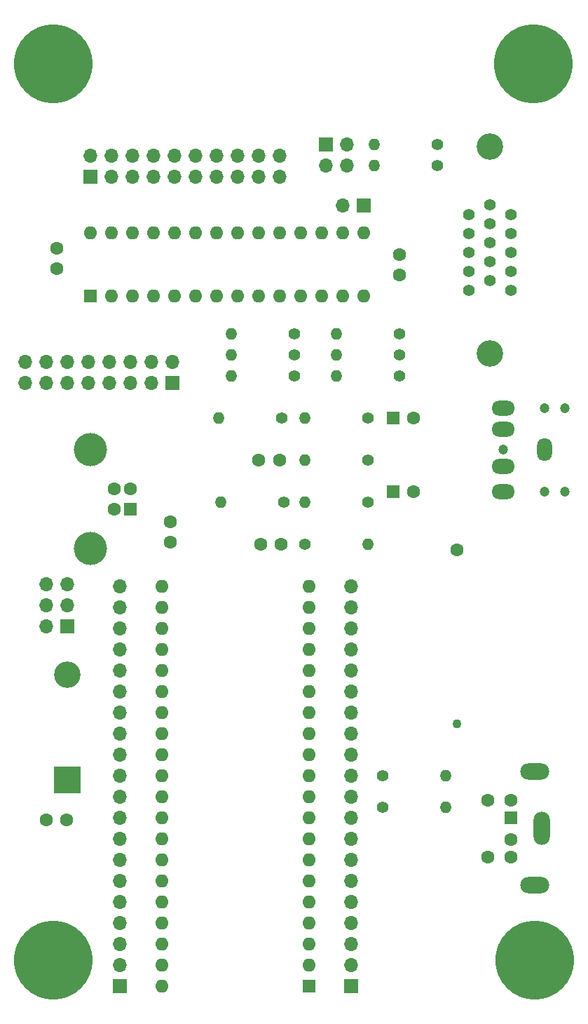
<source format=gbr>
G04 #@! TF.GenerationSoftware,KiCad,Pcbnew,(6.0.1)*
G04 #@! TF.CreationDate,2022-05-17T17:10:53-04:00*
G04 #@! TF.ProjectId,PiPicoMite01,50695069-636f-44d6-9974-6530312e6b69,2*
G04 #@! TF.SameCoordinates,Original*
G04 #@! TF.FileFunction,Soldermask,Bot*
G04 #@! TF.FilePolarity,Negative*
%FSLAX46Y46*%
G04 Gerber Fmt 4.6, Leading zero omitted, Abs format (unit mm)*
G04 Created by KiCad (PCBNEW (6.0.1)) date 2022-05-17 17:10:53*
%MOMM*%
%LPD*%
G01*
G04 APERTURE LIST*
%ADD10C,9.525000*%
%ADD11C,3.200000*%
%ADD12C,1.397000*%
%ADD13C,1.600000*%
%ADD14C,1.100000*%
%ADD15C,1.400000*%
%ADD16O,1.400000X1.400000*%
%ADD17R,1.600000X1.600000*%
%ADD18O,1.600000X1.600000*%
%ADD19C,4.000000*%
%ADD20R,1.700000X1.700000*%
%ADD21O,1.700000X1.700000*%
%ADD22R,3.200000X3.200000*%
%ADD23O,3.200000X3.200000*%
%ADD24C,1.200000*%
%ADD25O,2.800000X1.800000*%
%ADD26O,1.800000X2.800000*%
%ADD27O,3.500000X2.000000*%
%ADD28O,2.000000X4.000000*%
G04 APERTURE END LIST*
D10*
X119000000Y-8000000D03*
X177165000Y-116205000D03*
X119000000Y-116205000D03*
X177000000Y-8000000D03*
D11*
X171697590Y-17985740D03*
X171697590Y-42974260D03*
D12*
X169157590Y-26169620D03*
X169157590Y-28460700D03*
X169157590Y-30746700D03*
X169157590Y-33040320D03*
X169157590Y-35328860D03*
X171697590Y-25024080D03*
X171697590Y-27315160D03*
X171697590Y-29606240D03*
X171697590Y-31894780D03*
X171697590Y-34185860D03*
X174237590Y-26169620D03*
X174237590Y-28460700D03*
X174235050Y-30749240D03*
X174237590Y-33040320D03*
X174237590Y-35328860D03*
D13*
X167726500Y-66700000D03*
D14*
X167726500Y-87700000D03*
D15*
X148082000Y-40640000D03*
D16*
X140462000Y-40640000D03*
D15*
X148082000Y-43180000D03*
D16*
X140462000Y-43180000D03*
D15*
X146812000Y-60960000D03*
D16*
X139192000Y-60960000D03*
D15*
X148082000Y-45720000D03*
D16*
X140462000Y-45720000D03*
D15*
X160782000Y-40640000D03*
D16*
X153162000Y-40640000D03*
D15*
X160782000Y-43180000D03*
D16*
X153162000Y-43180000D03*
D15*
X160782000Y-45720000D03*
D16*
X153162000Y-45720000D03*
D17*
X149865000Y-119375000D03*
D18*
X149865000Y-116835000D03*
X149865000Y-114295000D03*
X149865000Y-111755000D03*
X149865000Y-109215000D03*
X149865000Y-106675000D03*
X149865000Y-104135000D03*
X149865000Y-101595000D03*
X149865000Y-99055000D03*
X149865000Y-96515000D03*
X149865000Y-93975000D03*
X149865000Y-91435000D03*
X149865000Y-88895000D03*
X149865000Y-86355000D03*
X149865000Y-83815000D03*
X149865000Y-81275000D03*
X149865000Y-78735000D03*
X149865000Y-76195000D03*
X149865000Y-73655000D03*
X149865000Y-71115000D03*
X132085000Y-71115000D03*
X132085000Y-73655000D03*
X132085000Y-76195000D03*
X132085000Y-78735000D03*
X132085000Y-81275000D03*
X132085000Y-83815000D03*
X132085000Y-86355000D03*
X132085000Y-88895000D03*
X132085000Y-91435000D03*
X132085000Y-93975000D03*
X132085000Y-96515000D03*
X132085000Y-99055000D03*
X132085000Y-101595000D03*
X132085000Y-104135000D03*
X132085000Y-106675000D03*
X132085000Y-109215000D03*
X132085000Y-111755000D03*
X132085000Y-114295000D03*
X132085000Y-116835000D03*
X132085000Y-119375000D03*
D17*
X128304000Y-61798000D03*
D13*
X128304000Y-59298000D03*
X126304000Y-59298000D03*
X126304000Y-61798000D03*
D19*
X123444000Y-54548000D03*
X123444000Y-66548000D03*
D13*
X120630000Y-99314000D03*
X118130000Y-99314000D03*
D17*
X160020000Y-59690000D03*
D13*
X162520000Y-59690000D03*
X146538000Y-66040000D03*
X144038000Y-66040000D03*
X133096000Y-63266000D03*
X133096000Y-65766000D03*
X160782000Y-31008000D03*
X160782000Y-33508000D03*
X119380000Y-30246000D03*
X119380000Y-32746000D03*
D15*
X156972000Y-55880000D03*
D16*
X149352000Y-55880000D03*
D15*
X156972000Y-60960000D03*
D16*
X149352000Y-60960000D03*
D20*
X156464000Y-25146000D03*
D21*
X153924000Y-25146000D03*
D20*
X133335000Y-46502000D03*
D21*
X133335000Y-43962000D03*
X130795000Y-46502000D03*
X130795000Y-43962000D03*
X128255000Y-46502000D03*
X128255000Y-43962000D03*
X125715000Y-46502000D03*
X125715000Y-43962000D03*
X123175000Y-46502000D03*
X123175000Y-43962000D03*
X120635000Y-46502000D03*
X120635000Y-43962000D03*
X118095000Y-46502000D03*
X118095000Y-43962000D03*
X115555000Y-46502000D03*
X115555000Y-43962000D03*
D22*
X120650000Y-94488000D03*
D23*
X120650000Y-81788000D03*
D13*
X146304000Y-55880000D03*
X143804000Y-55880000D03*
D24*
X178308000Y-59610000D03*
X178308000Y-49610000D03*
X180808000Y-49610000D03*
X180808000Y-59610000D03*
X173308000Y-54610000D03*
D25*
X173308000Y-59610000D03*
X173308000Y-56610000D03*
D26*
X178308000Y-54610000D03*
D25*
X173308000Y-49610000D03*
X173308000Y-52110000D03*
D15*
X165354000Y-17780000D03*
D16*
X157734000Y-17780000D03*
D15*
X165354000Y-20320000D03*
D16*
X157734000Y-20320000D03*
D20*
X127000000Y-119380000D03*
D21*
X127000000Y-116840000D03*
X127000000Y-114300000D03*
X127000000Y-111760000D03*
X127000000Y-109220000D03*
X127000000Y-106680000D03*
X127000000Y-104140000D03*
X127000000Y-101600000D03*
X127000000Y-99060000D03*
X127000000Y-96520000D03*
X127000000Y-93980000D03*
X127000000Y-91440000D03*
X127000000Y-88900000D03*
X127000000Y-86360000D03*
X127000000Y-83820000D03*
X127000000Y-81280000D03*
X127000000Y-78740000D03*
X127000000Y-76200000D03*
X127000000Y-73660000D03*
X127000000Y-71120000D03*
D15*
X149352000Y-66040000D03*
D16*
X156972000Y-66040000D03*
D20*
X151887000Y-17775000D03*
D21*
X154427000Y-17775000D03*
X151887000Y-20315000D03*
X154427000Y-20315000D03*
D15*
X158750000Y-93980000D03*
D16*
X166370000Y-93980000D03*
D20*
X123449000Y-21595000D03*
D21*
X123449000Y-19055000D03*
X125989000Y-21595000D03*
X125989000Y-19055000D03*
X128529000Y-21595000D03*
X128529000Y-19055000D03*
X131069000Y-21595000D03*
X131069000Y-19055000D03*
X133609000Y-21595000D03*
X133609000Y-19055000D03*
X136149000Y-21595000D03*
X136149000Y-19055000D03*
X138689000Y-21595000D03*
X138689000Y-19055000D03*
X141229000Y-21595000D03*
X141229000Y-19055000D03*
X143769000Y-21595000D03*
X143769000Y-19055000D03*
X146309000Y-21595000D03*
X146309000Y-19055000D03*
D17*
X123454000Y-36058000D03*
D18*
X125994000Y-36058000D03*
X128534000Y-36058000D03*
X131074000Y-36058000D03*
X133614000Y-36058000D03*
X136154000Y-36058000D03*
X138694000Y-36058000D03*
X141234000Y-36058000D03*
X143774000Y-36058000D03*
X146314000Y-36058000D03*
X148854000Y-36058000D03*
X151394000Y-36058000D03*
X153934000Y-36058000D03*
X156474000Y-36058000D03*
X156474000Y-28438000D03*
X153934000Y-28438000D03*
X151394000Y-28438000D03*
X148854000Y-28438000D03*
X146314000Y-28438000D03*
X143774000Y-28438000D03*
X141234000Y-28438000D03*
X138694000Y-28438000D03*
X136154000Y-28438000D03*
X133614000Y-28438000D03*
X131074000Y-28438000D03*
X128534000Y-28438000D03*
X125994000Y-28438000D03*
X123454000Y-28438000D03*
D15*
X158750000Y-97790000D03*
D16*
X166370000Y-97790000D03*
D17*
X160020000Y-50800000D03*
D13*
X162520000Y-50800000D03*
D20*
X120655000Y-75946000D03*
D21*
X118115000Y-75946000D03*
X120655000Y-73406000D03*
X118115000Y-73406000D03*
X120655000Y-70866000D03*
X118115000Y-70866000D03*
D17*
X174301000Y-99020000D03*
D13*
X174301000Y-101620000D03*
X174301000Y-96920000D03*
X174301000Y-103720000D03*
X171501000Y-96920000D03*
X171501000Y-103720000D03*
D27*
X177151000Y-107170000D03*
X177151000Y-93470000D03*
D28*
X177951000Y-100320000D03*
D15*
X156972000Y-50800000D03*
D16*
X149352000Y-50800000D03*
D15*
X146558000Y-50800000D03*
D16*
X138938000Y-50800000D03*
D20*
X154940000Y-119375000D03*
D21*
X154940000Y-116835000D03*
X154940000Y-114295000D03*
X154940000Y-111755000D03*
X154940000Y-109215000D03*
X154940000Y-106675000D03*
X154940000Y-104135000D03*
X154940000Y-101595000D03*
X154940000Y-99055000D03*
X154940000Y-96515000D03*
X154940000Y-93975000D03*
X154940000Y-91435000D03*
X154940000Y-88895000D03*
X154940000Y-86355000D03*
X154940000Y-83815000D03*
X154940000Y-81275000D03*
X154940000Y-78735000D03*
X154940000Y-76195000D03*
X154940000Y-73655000D03*
X154940000Y-71115000D03*
M02*

</source>
